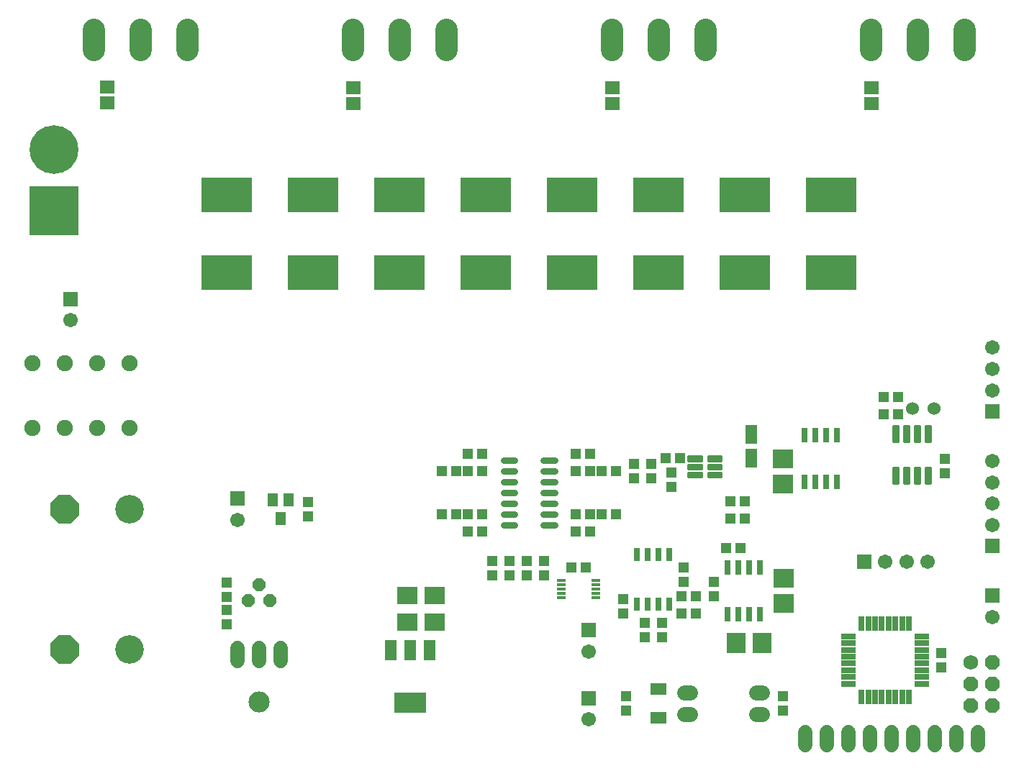
<source format=gbr>
G04 EAGLE Gerber RS-274X export*
G75*
%MOMM*%
%FSLAX34Y34*%
%LPD*%
%INSoldermask Top*%
%IPPOS*%
%AMOC8*
5,1,8,0,0,1.08239X$1,22.5*%
G01*
%ADD10C,2.603200*%
%ADD11C,0.803200*%
%ADD12R,1.703200X1.503200*%
%ADD13R,1.203200X1.303200*%
%ADD14R,1.303200X1.203200*%
%ADD15C,0.349006*%
%ADD16R,1.102959X0.401359*%
%ADD17R,1.104081X0.401097*%
%ADD18R,1.103809X0.400294*%
%ADD19R,1.103509X0.399594*%
%ADD20R,1.101600X0.399509*%
%ADD21R,1.099341X0.399650*%
%ADD22R,1.099659X0.399931*%
%ADD23R,1.098350X0.400219*%
%ADD24R,1.099469X0.400247*%
%ADD25R,1.097700X0.401841*%
%ADD26R,1.703200X0.753200*%
%ADD27R,0.753200X1.703200*%
%ADD28R,5.719200X5.719200*%
%ADD29C,5.719200*%
%ADD30R,6.043200X4.143200*%
%ADD31P,3.629037X8X202.500000*%
%ADD32C,3.352800*%
%ADD33R,0.703200X1.603200*%
%ADD34C,0.353406*%
%ADD35C,1.524000*%
%ADD36R,0.803200X1.703200*%
%ADD37R,2.203200X2.403200*%
%ADD38R,2.403200X2.203200*%
%ADD39C,1.727200*%
%ADD40P,1.869504X8X292.500000*%
%ADD41C,1.711200*%
%ADD42R,1.711200X1.711200*%
%ADD43R,1.203200X1.603200*%
%ADD44C,1.903200*%
%ADD45C,1.727200*%
%ADD46P,1.649562X8X22.500000*%
%ADD47R,1.422200X2.438200*%
%ADD48R,3.803200X2.403200*%
%ADD49R,2.353200X2.003200*%
%ADD50C,2.489200*%
%ADD51C,1.803200*%
%ADD52R,1.933200X1.313200*%
%ADD53R,1.403200X2.203200*%


D10*
X97400Y838900D02*
X97400Y862900D01*
X152400Y862900D02*
X152400Y838900D01*
X207400Y838900D02*
X207400Y862900D01*
D11*
X579600Y355600D02*
X592600Y355600D01*
X592600Y342900D02*
X579600Y342900D01*
X579600Y330200D02*
X592600Y330200D01*
X592600Y317500D02*
X579600Y317500D01*
X579600Y304800D02*
X592600Y304800D01*
X592600Y292100D02*
X579600Y292100D01*
X579600Y279400D02*
X592600Y279400D01*
X626600Y355600D02*
X639600Y355600D01*
X639600Y342900D02*
X626600Y342900D01*
X626600Y330200D02*
X639600Y330200D01*
X639600Y317500D02*
X626600Y317500D01*
X626600Y304800D02*
X639600Y304800D01*
X639600Y292100D02*
X626600Y292100D01*
X626600Y279400D02*
X639600Y279400D01*
D12*
X113030Y776630D03*
X113030Y795630D03*
D13*
X554600Y342900D03*
X537600Y342900D03*
D14*
X554600Y363220D03*
X537600Y363220D03*
D15*
X797839Y355259D02*
X812481Y355259D01*
X797839Y355259D02*
X797839Y359701D01*
X812481Y359701D01*
X812481Y355259D01*
X812481Y358574D02*
X797839Y358574D01*
X797839Y345759D02*
X812481Y345759D01*
X797839Y345759D02*
X797839Y350201D01*
X812481Y350201D01*
X812481Y345759D01*
X812481Y349074D02*
X797839Y349074D01*
X797839Y336259D02*
X812481Y336259D01*
X797839Y336259D02*
X797839Y340701D01*
X812481Y340701D01*
X812481Y336259D01*
X812481Y339574D02*
X797839Y339574D01*
X820739Y340701D02*
X835381Y340701D01*
X835381Y336259D01*
X820739Y336259D01*
X820739Y340701D01*
X820739Y339574D02*
X835381Y339574D01*
X835381Y350201D02*
X820739Y350201D01*
X835381Y350201D02*
X835381Y345759D01*
X820739Y345759D01*
X820739Y350201D01*
X820739Y349074D02*
X835381Y349074D01*
X835381Y359701D02*
X820739Y359701D01*
X835381Y359701D02*
X835381Y355259D01*
X820739Y355259D01*
X820739Y359701D01*
X820739Y358574D02*
X835381Y358574D01*
D13*
X770010Y358140D03*
X787010Y358140D03*
D14*
X753110Y334400D03*
X753110Y351400D03*
D13*
X732790Y334400D03*
X732790Y351400D03*
D16*
X647505Y214477D03*
D17*
X647500Y209475D03*
D18*
X647501Y204471D03*
D19*
X647502Y199468D03*
D20*
X647512Y194468D03*
D21*
X688523Y194468D03*
D22*
X688522Y199470D03*
D23*
X688528Y204471D03*
D24*
X688523Y209471D03*
D25*
X688531Y214479D03*
D26*
X985700Y148650D03*
X985700Y140650D03*
X985700Y132650D03*
X985700Y124650D03*
X985700Y116650D03*
X985700Y108650D03*
X985700Y100650D03*
X985700Y92650D03*
D27*
X1000700Y77650D03*
X1008700Y77650D03*
X1016700Y77650D03*
X1024700Y77650D03*
X1032700Y77650D03*
X1040700Y77650D03*
X1048700Y77650D03*
X1056700Y77650D03*
D26*
X1071700Y92650D03*
X1071700Y100650D03*
X1071700Y108650D03*
X1071700Y116650D03*
X1071700Y124650D03*
X1071700Y132650D03*
X1071700Y140650D03*
X1071700Y148650D03*
D27*
X1056700Y163650D03*
X1048700Y163650D03*
X1040700Y163650D03*
X1032700Y163650D03*
X1024700Y163650D03*
X1016700Y163650D03*
X1008700Y163650D03*
X1000700Y163650D03*
D13*
X1094740Y112150D03*
X1094740Y129150D03*
D28*
X50800Y649800D03*
D29*
X50800Y721800D03*
D13*
X507120Y342900D03*
X524120Y342900D03*
D10*
X402200Y838900D02*
X402200Y862900D01*
X457200Y862900D02*
X457200Y838900D01*
X512200Y838900D02*
X512200Y862900D01*
D12*
X402590Y775360D03*
X402590Y794360D03*
D13*
X554600Y292100D03*
X537600Y292100D03*
D14*
X554600Y271780D03*
X537600Y271780D03*
D13*
X507120Y292100D03*
X524120Y292100D03*
D10*
X707000Y838900D02*
X707000Y862900D01*
X762000Y862900D02*
X762000Y838900D01*
X817000Y838900D02*
X817000Y862900D01*
D12*
X707390Y775360D03*
X707390Y794360D03*
D13*
X664600Y292100D03*
X681600Y292100D03*
D14*
X664600Y271780D03*
X681600Y271780D03*
D13*
X712080Y292100D03*
X695080Y292100D03*
D10*
X1011800Y838900D02*
X1011800Y862900D01*
X1066800Y862900D02*
X1066800Y838900D01*
X1121800Y838900D02*
X1121800Y862900D01*
D12*
X1012190Y775360D03*
X1012190Y794360D03*
D13*
X664600Y342900D03*
X681600Y342900D03*
D14*
X664600Y363220D03*
X681600Y363220D03*
D13*
X712080Y342900D03*
X695080Y342900D03*
D30*
X254000Y576550D03*
X254000Y668050D03*
X355600Y576550D03*
X355600Y668050D03*
X457200Y576550D03*
X457200Y668050D03*
X558800Y576550D03*
X558800Y668050D03*
X660400Y576550D03*
X660400Y668050D03*
X762000Y576550D03*
X762000Y668050D03*
X863600Y576550D03*
X863600Y668050D03*
X965200Y576550D03*
X965200Y668050D03*
D14*
X745490Y147710D03*
X745490Y164710D03*
X720090Y175650D03*
X720090Y192650D03*
X765810Y147710D03*
X765810Y164710D03*
D13*
X806060Y175260D03*
X789060Y175260D03*
D14*
X676520Y229870D03*
X659520Y229870D03*
D31*
X63500Y133350D03*
D32*
X139700Y133350D03*
D31*
X63500Y298450D03*
D32*
X139700Y298450D03*
D13*
X777240Y324240D03*
X777240Y341240D03*
X863210Y307340D03*
X846210Y307340D03*
X863210Y287020D03*
X846210Y287020D03*
D33*
X736600Y186900D03*
X749300Y186900D03*
X762000Y186900D03*
X774700Y186900D03*
X774700Y244900D03*
X762000Y244900D03*
X749300Y244900D03*
X736600Y244900D03*
D34*
X1077251Y377751D02*
X1077251Y395249D01*
X1081749Y395249D01*
X1081749Y377751D01*
X1077251Y377751D01*
X1077251Y381108D02*
X1081749Y381108D01*
X1081749Y384465D02*
X1077251Y384465D01*
X1077251Y387822D02*
X1081749Y387822D01*
X1081749Y391179D02*
X1077251Y391179D01*
X1077251Y394536D02*
X1081749Y394536D01*
X1064551Y395249D02*
X1064551Y377751D01*
X1064551Y395249D02*
X1069049Y395249D01*
X1069049Y377751D01*
X1064551Y377751D01*
X1064551Y381108D02*
X1069049Y381108D01*
X1069049Y384465D02*
X1064551Y384465D01*
X1064551Y387822D02*
X1069049Y387822D01*
X1069049Y391179D02*
X1064551Y391179D01*
X1064551Y394536D02*
X1069049Y394536D01*
X1051851Y395249D02*
X1051851Y377751D01*
X1051851Y395249D02*
X1056349Y395249D01*
X1056349Y377751D01*
X1051851Y377751D01*
X1051851Y381108D02*
X1056349Y381108D01*
X1056349Y384465D02*
X1051851Y384465D01*
X1051851Y387822D02*
X1056349Y387822D01*
X1056349Y391179D02*
X1051851Y391179D01*
X1051851Y394536D02*
X1056349Y394536D01*
X1039151Y395249D02*
X1039151Y377751D01*
X1039151Y395249D02*
X1043649Y395249D01*
X1043649Y377751D01*
X1039151Y377751D01*
X1039151Y381108D02*
X1043649Y381108D01*
X1043649Y384465D02*
X1039151Y384465D01*
X1039151Y387822D02*
X1043649Y387822D01*
X1043649Y391179D02*
X1039151Y391179D01*
X1039151Y394536D02*
X1043649Y394536D01*
X1039151Y346149D02*
X1039151Y328651D01*
X1039151Y346149D02*
X1043649Y346149D01*
X1043649Y328651D01*
X1039151Y328651D01*
X1039151Y332008D02*
X1043649Y332008D01*
X1043649Y335365D02*
X1039151Y335365D01*
X1039151Y338722D02*
X1043649Y338722D01*
X1043649Y342079D02*
X1039151Y342079D01*
X1039151Y345436D02*
X1043649Y345436D01*
X1051851Y346149D02*
X1051851Y328651D01*
X1051851Y346149D02*
X1056349Y346149D01*
X1056349Y328651D01*
X1051851Y328651D01*
X1051851Y332008D02*
X1056349Y332008D01*
X1056349Y335365D02*
X1051851Y335365D01*
X1051851Y338722D02*
X1056349Y338722D01*
X1056349Y342079D02*
X1051851Y342079D01*
X1051851Y345436D02*
X1056349Y345436D01*
X1064551Y346149D02*
X1064551Y328651D01*
X1064551Y346149D02*
X1069049Y346149D01*
X1069049Y328651D01*
X1064551Y328651D01*
X1064551Y332008D02*
X1069049Y332008D01*
X1069049Y335365D02*
X1064551Y335365D01*
X1064551Y338722D02*
X1069049Y338722D01*
X1069049Y342079D02*
X1064551Y342079D01*
X1064551Y345436D02*
X1069049Y345436D01*
X1077251Y346149D02*
X1077251Y328651D01*
X1077251Y346149D02*
X1081749Y346149D01*
X1081749Y328651D01*
X1077251Y328651D01*
X1077251Y332008D02*
X1081749Y332008D01*
X1081749Y335365D02*
X1077251Y335365D01*
X1077251Y338722D02*
X1081749Y338722D01*
X1081749Y342079D02*
X1077251Y342079D01*
X1077251Y345436D02*
X1081749Y345436D01*
D35*
X1060450Y416560D03*
X1085850Y416560D03*
D14*
X1043550Y430530D03*
X1026550Y430530D03*
X1043550Y410210D03*
X1026550Y410210D03*
D13*
X1098550Y340750D03*
X1098550Y357750D03*
D36*
X855980Y174430D03*
X855980Y229430D03*
X843280Y174430D03*
X868680Y174430D03*
X881380Y174430D03*
X843280Y229430D03*
X868680Y229430D03*
X881380Y229430D03*
D37*
X853680Y140970D03*
X883680Y140970D03*
D38*
X909320Y186930D03*
X909320Y216930D03*
D14*
X841130Y252730D03*
X858130Y252730D03*
X789060Y195580D03*
X806060Y195580D03*
D13*
X791210Y212480D03*
X791210Y229480D03*
D39*
X1129030Y118110D03*
D40*
X1129030Y92710D03*
X1129030Y67310D03*
X1154430Y118110D03*
X1154430Y92710D03*
X1154430Y67310D03*
D41*
X679450Y131010D03*
D42*
X679450Y156010D03*
D41*
X266700Y285950D03*
D42*
X266700Y310950D03*
D43*
X317500Y287450D03*
X308000Y309450D03*
X327000Y309450D03*
D14*
X349250Y289950D03*
X349250Y306950D03*
D42*
X1003900Y236050D03*
D41*
X1028900Y236050D03*
X1053900Y236050D03*
X1078900Y236050D03*
D13*
X826770Y212970D03*
X826770Y195970D03*
D44*
X139700Y393700D03*
X139700Y469900D03*
X101600Y393700D03*
X101600Y469900D03*
X63500Y469900D03*
X63500Y393700D03*
X25400Y469900D03*
X25400Y393700D03*
D45*
X317500Y134620D02*
X317500Y119380D01*
X292100Y119380D02*
X292100Y134620D01*
X266700Y134620D02*
X266700Y119380D01*
D46*
X279400Y190500D03*
X292100Y209550D03*
X304800Y190500D03*
D14*
X254000Y162950D03*
X254000Y179950D03*
X254000Y194700D03*
X254000Y211700D03*
D47*
X493010Y132590D03*
X469900Y132590D03*
X446790Y132590D03*
D48*
X469900Y70610D03*
D49*
X466350Y196850D03*
X498850Y196850D03*
X466350Y165100D03*
X498850Y165100D03*
D41*
X69850Y520900D03*
D42*
X69850Y545900D03*
D50*
X292100Y71120D03*
D14*
X723900Y78350D03*
X723900Y61350D03*
D41*
X1154430Y171650D03*
D42*
X1154430Y196650D03*
D51*
X798950Y82550D02*
X792450Y82550D01*
X792450Y57150D02*
X798950Y57150D01*
X877450Y57150D02*
X883950Y57150D01*
X883950Y82550D02*
X877450Y82550D01*
D14*
X908050Y78350D03*
X908050Y61350D03*
D41*
X679450Y51000D03*
D42*
X679450Y76000D03*
D52*
X762000Y86900D03*
X762000Y52800D03*
D42*
X1154600Y413350D03*
D41*
X1154600Y438350D03*
X1154600Y463350D03*
X1154600Y488350D03*
D14*
X627380Y220100D03*
X627380Y237100D03*
X607060Y220100D03*
X607060Y237100D03*
X586740Y220100D03*
X586740Y237100D03*
X566420Y220100D03*
X566420Y237100D03*
D36*
X946150Y330640D03*
X946150Y385640D03*
X933450Y330640D03*
X958850Y330640D03*
X971550Y330640D03*
X933450Y385640D03*
X958850Y385640D03*
X971550Y385640D03*
D38*
X908050Y327900D03*
X908050Y357900D03*
D53*
X871220Y386110D03*
X871220Y358110D03*
D42*
X1154600Y254800D03*
D41*
X1154600Y279800D03*
X1154600Y304800D03*
X1154600Y329800D03*
X1154600Y354800D03*
D45*
X934720Y35560D02*
X934720Y20320D01*
X960120Y20320D02*
X960120Y35560D01*
X985520Y35560D02*
X985520Y20320D01*
X1010920Y20320D02*
X1010920Y35560D01*
X1036320Y35560D02*
X1036320Y20320D01*
X1061720Y20320D02*
X1061720Y35560D01*
X1087120Y35560D02*
X1087120Y20320D01*
X1112520Y20320D02*
X1112520Y35560D01*
X1137920Y35560D02*
X1137920Y20320D01*
M02*

</source>
